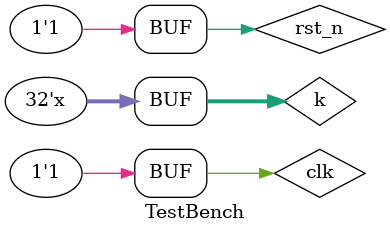
<source format=v>

`timescale 1ns / 1ps

module TestBench;

reg clk;
reg rst_n;
integer k;
top_single top_single(clk,rst_n);

initial begin
	clk = 0; 	
	#1 clk = 1;	
	#1 clk = 0;		#1 clk = 1;	
	#1 clk = 0;		#1 clk = 1;	
	#1 clk = 0;		#1 clk = 1;	
	#1 clk = 0;		#1 clk = 1;	
	#1 clk = 0;		#1 clk = 1;	
	#1 clk = 0;		#1 clk = 1;	
	#1 clk = 0;		#1 clk = 1;	
	#1 clk = 0;		#1 clk = 1;	
	#1 clk = 0;		#1 clk = 1;	
	#1 clk = 0;		#1 clk = 1;	
	#1 clk = 0;		#1 clk = 1;	
	#1 clk = 0;		#1 clk = 1;	
	#1 clk = 0;		#1 clk = 1;	
	#1 clk = 0;		#1 clk = 1;	
	#1 clk = 0;		#1 clk = 1;	
	#1 clk = 0;		#1 clk = 1;	
	#1 clk = 0;		#1 clk = 1;	
	#1 clk = 0;		#1 clk = 1;	
	#1 clk = 0;		#1 clk = 1;	
	#1 clk = 0;		#1 clk = 1;	
	#1 clk = 0;		#1 clk = 1;	
	#1 clk = 0;		#1 clk = 1;	
	#1 clk = 0;		#1 clk = 1;	
	#1 clk = 0;		#1 clk = 1;	
	#1 clk = 0;		#1 clk = 1;	
	#1 clk = 0;		#1 clk = 1;	
	#1 clk = 0;		#1 clk = 1;	
	#1 clk = 0;		#1 clk = 1;	
	#1 clk = 0;		#1 clk = 1;	
	#1 clk = 0;		#1 clk = 1;	
	#1 clk = 0;		#1 clk = 1;	
	#1 clk = 0;		#1 clk = 1;	
	#1 clk = 0;		#1 clk = 1;	
	#1 clk = 0;		#1 clk = 1;	
	#1 clk = 0;		#1 clk = 1;	
	#1 clk = 0;		#1 clk = 1;	
	#1 clk = 0;		#1 clk = 1;	
	#1 clk = 0;		#1 clk = 1;	
	#1 clk = 0;		#1 clk = 1;	
	#1 clk = 0;		#1 clk = 1;	
	#1 clk = 0;		#1 clk = 1;	
	#1 clk = 0;		#1 clk = 1;	
	#1 clk = 0;		#1 clk = 1;	
	#1 clk = 0;		#1 clk = 1;	
	#1 clk = 0;		#1 clk = 1;
	#1 clk = 0;		#1 clk = 1;	
	#1 clk = 0;		#1 clk = 1;	
	#1 clk = 0;		#1 clk = 1;	
	#1 clk = 0;		#1 clk = 1;	
	#1 clk = 0;		#1 clk = 1;	
	#1 clk = 0;		#1 clk = 1;	
	#1 clk = 0;		#1 clk = 1;	
	#1 clk = 0;		#1 clk = 1;	
	#1 clk = 0;		#1 clk = 1;	
	#1 clk = 0;		#1 clk = 1;	
	#1 clk = 0;		#1 clk = 1;	
	#1 clk = 0;		#1 clk = 1;	
	#1 clk = 0;		#1 clk = 1;	
	#1 clk = 0;		#1 clk = 1;	
end

initial begin
#0	rst_n=0;
#0.5	rst_n=1;
end

initial begin
	k = 0;
end

always @ (clk,k) 
begin
/*	$display($time,,"Clock = ", ~clk);
	$display($time,,"PC = ", single.pc);
	$display($time,,"npc=", single.npc);
   $display($time,,"Instruction = ", single.pc[13:2]);
	$display($time,,"[$t0] = %d", single.regfile.register[8]);
	$display($time,,"[$t1] = %d", single.regfile.register[9]);
	$display($time,,"ALUSrc1 = ", single.Data1);
	$display($time,,"ALUSrc2 = ", single.ALUSrc2);
	$display($time,,"ALU Result = ", single.ALUResult1);
	$display($time,,"Writeback = ", single.WriteBack);
	$display($time,,"Write_reg = ",single.Write_reg);
	$display($time,,"Reg_Out_1 = ", single.Data1);	
	$display($time,,"Reg_Out_2 = ", single.Data2);*/
	$display("Time  =%d, [clk] = %d", k, clk);		
	$display("[$s0] = %d, [$s1] = %d, [$s2] = %d", top_single.registers.regfile[16], 
		top_single.registers.regfile[17], top_single.registers.regfile[18]);	
	$display("[$s3] = %d, [$s4] = %d, [$s5] = %d", top_single.registers.regfile[19], 
		top_single.registers.regfile[20], top_single.registers.regfile[21]);
	$display("[$s6] = %d, [$s7] = %d, [$t0] = %d", top_single.registers.regfile[22], 
		top_single.registers.regfile[23], top_single.registers.regfile[8]);
	$display("[$t1] = %d, [$t2] = %d, [$t3] = %d", top_single.registers.regfile[9], 
		top_single.registers.regfile[10], top_single.registers.regfile[11]);
	$display("[$t4] = %d, [$t5] = %d, [$t6] = %d", top_single.registers.regfile[12], 
		top_single.registers.regfile[13], top_single.registers.regfile[14]);
	$display("[$t7] = %d, [$t8] = %d, [$t9] = %d", top_single.registers.regfile[15], 
		top_single.registers.regfile[24], top_single.registers.regfile[25]);
	$display();
	if(clk == 0) begin
		k = k+1;
	end	
end
endmodule





</source>
